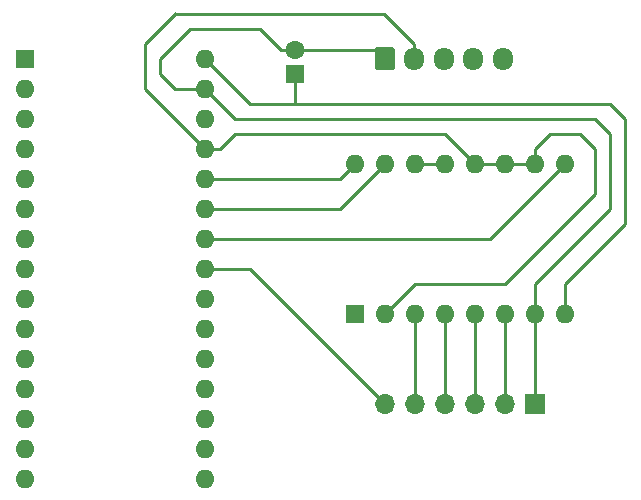
<source format=gbr>
G04 #@! TF.GenerationSoftware,KiCad,Pcbnew,(5.1.5)-3*
G04 #@! TF.CreationDate,2021-10-13T22:58:00+02:00*
G04 #@! TF.ProjectId,pcb,7063622e-6b69-4636-9164-5f7063625858,rev?*
G04 #@! TF.SameCoordinates,Original*
G04 #@! TF.FileFunction,Copper,L1,Top*
G04 #@! TF.FilePolarity,Positive*
%FSLAX46Y46*%
G04 Gerber Fmt 4.6, Leading zero omitted, Abs format (unit mm)*
G04 Created by KiCad (PCBNEW (5.1.5)-3) date 2021-10-13 22:58:00*
%MOMM*%
%LPD*%
G04 APERTURE LIST*
%ADD10C,1.600000*%
%ADD11R,1.600000X1.600000*%
%ADD12O,1.600000X1.600000*%
%ADD13O,1.700000X1.950000*%
%ADD14C,0.100000*%
%ADD15O,1.700000X1.700000*%
%ADD16R,1.700000X1.700000*%
%ADD17C,0.250000*%
G04 APERTURE END LIST*
D10*
X105410000Y-50070000D03*
D11*
X105410000Y-52070000D03*
X82550000Y-50800000D03*
D12*
X97790000Y-83820000D03*
X82550000Y-53340000D03*
X97790000Y-81280000D03*
X82550000Y-55880000D03*
X97790000Y-78740000D03*
X82550000Y-58420000D03*
X97790000Y-76200000D03*
X82550000Y-60960000D03*
X97790000Y-73660000D03*
X82550000Y-63500000D03*
X97790000Y-71120000D03*
X82550000Y-66040000D03*
X97790000Y-68580000D03*
X82550000Y-68580000D03*
X97790000Y-66040000D03*
X82550000Y-71120000D03*
X97790000Y-63500000D03*
X82550000Y-73660000D03*
X97790000Y-60960000D03*
X82550000Y-76200000D03*
X97790000Y-58420000D03*
X82550000Y-78740000D03*
X97790000Y-55880000D03*
X82550000Y-81280000D03*
X97790000Y-53340000D03*
X82550000Y-83820000D03*
X97790000Y-50800000D03*
X82550000Y-86360000D03*
X97790000Y-86360000D03*
D13*
X123030000Y-50800000D03*
X120530000Y-50800000D03*
X118030000Y-50800000D03*
X115530000Y-50800000D03*
G04 #@! TA.AperFunction,ComponentPad*
D14*
G36*
X113654594Y-49826203D02*
G01*
X113678853Y-49829802D01*
X113702642Y-49835761D01*
X113725733Y-49844023D01*
X113747902Y-49854508D01*
X113768937Y-49867116D01*
X113788635Y-49881725D01*
X113806806Y-49898194D01*
X113823275Y-49916365D01*
X113837884Y-49936063D01*
X113850492Y-49957098D01*
X113860977Y-49979267D01*
X113869239Y-50002358D01*
X113875198Y-50026147D01*
X113878797Y-50050406D01*
X113880000Y-50074900D01*
X113880000Y-51525100D01*
X113878797Y-51549594D01*
X113875198Y-51573853D01*
X113869239Y-51597642D01*
X113860977Y-51620733D01*
X113850492Y-51642902D01*
X113837884Y-51663937D01*
X113823275Y-51683635D01*
X113806806Y-51701806D01*
X113788635Y-51718275D01*
X113768937Y-51732884D01*
X113747902Y-51745492D01*
X113725733Y-51755977D01*
X113702642Y-51764239D01*
X113678853Y-51770198D01*
X113654594Y-51773797D01*
X113630100Y-51775000D01*
X112429900Y-51775000D01*
X112405406Y-51773797D01*
X112381147Y-51770198D01*
X112357358Y-51764239D01*
X112334267Y-51755977D01*
X112312098Y-51745492D01*
X112291063Y-51732884D01*
X112271365Y-51718275D01*
X112253194Y-51701806D01*
X112236725Y-51683635D01*
X112222116Y-51663937D01*
X112209508Y-51642902D01*
X112199023Y-51620733D01*
X112190761Y-51597642D01*
X112184802Y-51573853D01*
X112181203Y-51549594D01*
X112180000Y-51525100D01*
X112180000Y-50074900D01*
X112181203Y-50050406D01*
X112184802Y-50026147D01*
X112190761Y-50002358D01*
X112199023Y-49979267D01*
X112209508Y-49957098D01*
X112222116Y-49936063D01*
X112236725Y-49916365D01*
X112253194Y-49898194D01*
X112271365Y-49881725D01*
X112291063Y-49867116D01*
X112312098Y-49854508D01*
X112334267Y-49844023D01*
X112357358Y-49835761D01*
X112381147Y-49829802D01*
X112405406Y-49826203D01*
X112429900Y-49825000D01*
X113630100Y-49825000D01*
X113654594Y-49826203D01*
G37*
G04 #@! TD.AperFunction*
D12*
X110490000Y-59690000D03*
X128270000Y-72390000D03*
X113030000Y-59690000D03*
X125730000Y-72390000D03*
X115570000Y-59690000D03*
X123190000Y-72390000D03*
X118110000Y-59690000D03*
X120650000Y-72390000D03*
X120650000Y-59690000D03*
X118110000Y-72390000D03*
X123190000Y-59690000D03*
X115570000Y-72390000D03*
X125730000Y-59690000D03*
X113030000Y-72390000D03*
X128270000Y-59690000D03*
D11*
X110490000Y-72390000D03*
D15*
X113030000Y-80010000D03*
X115570000Y-80010000D03*
X118110000Y-80010000D03*
X120650000Y-80010000D03*
X123190000Y-80010000D03*
D16*
X125730000Y-80010000D03*
D17*
X109220000Y-60960000D02*
X110490000Y-59690000D01*
X97790000Y-60960000D02*
X109220000Y-60960000D01*
X121920000Y-66040000D02*
X128270000Y-59690000D01*
X97790000Y-66040000D02*
X121920000Y-66040000D01*
X115570000Y-59690000D02*
X118110000Y-59690000D01*
X101600000Y-54610000D02*
X97790000Y-50800000D01*
X128270000Y-69850000D02*
X133350000Y-64770000D01*
X128270000Y-72390000D02*
X128270000Y-69850000D01*
X133350000Y-64770000D02*
X133350000Y-55880000D01*
X132080000Y-54610000D02*
X101600000Y-54610000D01*
X133350000Y-55880000D02*
X132080000Y-54610000D01*
X105410000Y-52070000D02*
X105410000Y-54610000D01*
X125730000Y-80010000D02*
X125730000Y-72390000D01*
X125730000Y-72390000D02*
X125730000Y-69850000D01*
X125730000Y-69850000D02*
X132080000Y-63500000D01*
X132080000Y-63500000D02*
X132080000Y-57150000D01*
X132080000Y-57150000D02*
X130810000Y-55880000D01*
X100330000Y-55880000D02*
X97790000Y-53340000D01*
X130810000Y-55880000D02*
X100330000Y-55880000D01*
X112300000Y-50070000D02*
X113030000Y-50800000D01*
X105410000Y-50070000D02*
X112300000Y-50070000D01*
X93980000Y-52070000D02*
X95250000Y-53340000D01*
X104278630Y-50070000D02*
X102468630Y-48260000D01*
X93980000Y-50800000D02*
X93980000Y-52070000D01*
X105410000Y-50070000D02*
X104278630Y-50070000D01*
X102468630Y-48260000D02*
X96520000Y-48260000D01*
X95250000Y-53340000D02*
X97790000Y-53340000D01*
X96520000Y-48260000D02*
X93980000Y-50800000D01*
X113030000Y-80010000D02*
X101600000Y-68580000D01*
X101600000Y-68580000D02*
X97790000Y-68580000D01*
X120650000Y-59690000D02*
X123190000Y-59690000D01*
X123190000Y-59690000D02*
X125730000Y-59690000D01*
X120650000Y-80010000D02*
X120650000Y-72390000D01*
X118110000Y-80010000D02*
X118110000Y-72390000D01*
X115570000Y-80010000D02*
X115570000Y-72390000D01*
X113030000Y-59690000D02*
X109220000Y-63500000D01*
X97790000Y-63500000D02*
X109220000Y-63500000D01*
X123190000Y-80010000D02*
X123190000Y-72390000D01*
X125730000Y-59690000D02*
X125730000Y-58420000D01*
X125730000Y-58420000D02*
X127000000Y-57150000D01*
X127000000Y-57150000D02*
X129540000Y-57150000D01*
X129540000Y-57150000D02*
X130810000Y-58420000D01*
X130810000Y-58420000D02*
X130810000Y-62230000D01*
X130810000Y-62230000D02*
X123190000Y-69850000D01*
X115570000Y-69850000D02*
X113030000Y-72390000D01*
X123190000Y-69850000D02*
X115570000Y-69850000D01*
X97790000Y-58420000D02*
X99060000Y-58420000D01*
X99060000Y-58420000D02*
X100330000Y-57150000D01*
X118110000Y-57150000D02*
X120650000Y-59690000D01*
X100330000Y-57150000D02*
X118110000Y-57150000D01*
X92710000Y-53340000D02*
X97790000Y-58420000D01*
X92710000Y-49530000D02*
X92710000Y-53340000D01*
X112945000Y-46990000D02*
X95250000Y-46990000D01*
X115530000Y-49575000D02*
X112945000Y-46990000D01*
X95280010Y-46959990D02*
X95250000Y-46990000D01*
X115530000Y-50800000D02*
X115530000Y-49575000D01*
X95250000Y-46990000D02*
X92710000Y-49530000D01*
M02*

</source>
